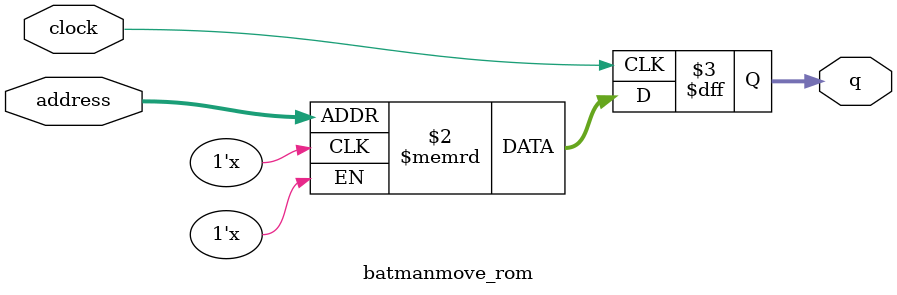
<source format=sv>
module batmanstand_rom (
	input logic clock,
	input logic [11:0] address,
	output logic [3:0] q
);

logic [3:0] memory [0:4095] /* synthesis ram_init_file = "./batmanstand/batmanstand.mif" */;

always_ff @ (posedge clock) begin
	q <= memory[address];
end

endmodule


module batmancrouch_rom (
	input logic clock,
	input logic [11:0] address,
	output logic [3:0] q
);

logic [3:0] memory [0:4095] /* synthesis ram_init_file = "./batmancrouch/batmancrouch.mif" */;

always_ff @ (posedge clock) begin
	q <= memory[address];
end

endmodule


module batmanjump_rom (
	input logic clock,
	input logic [11:0] address,
	output logic [3:0] q
);

logic [3:0] memory [0:4095] /* synthesis ram_init_file = "./batmanjump/batmanjump.mif" */;

always_ff @ (posedge clock) begin
	q <= memory[address];
end

endmodule

module batmankick_rom (
	input logic clock,
	input logic [11:0] address,
	output logic [3:0] q
);

logic [3:0] memory [0:4095] /* synthesis ram_init_file = "./batmankick/batmankick.mif" */;

always_ff @ (posedge clock) begin
	q <= memory[address];
end

endmodule


module batmanpunch_rom (
	input logic clock,
	input logic [11:0] address,
	output logic [3:0] q
);

logic [3:0] memory [0:4095] /* synthesis ram_init_file = "./batmanpunch/batmanpunch.mif" */;

always_ff @ (posedge clock) begin
	q <= memory[address];
end

endmodule


module batmanblock_rom (
	input logic clock,
	input logic [11:0] address,
	output logic [3:0] q
);

logic [3:0] memory [0:4095] /* synthesis ram_init_file = "./batmanblock/batmanblock.mif" */;

always_ff @ (posedge clock) begin
	q <= memory[address];
end

endmodule


module batmancrouchpunch_rom (
	input logic clock,
	input logic [11:0] address,
	output logic [3:0] q
);

logic [3:0] memory [0:4095] /* synthesis ram_init_file = "./batmancrouchpunch/batmancrouchpunch.mif" */;

always_ff @ (posedge clock) begin
	q <= memory[address];
end

endmodule


module batmandead_rom (
	input logic clock,
	input logic [11:0] address,
	output logic [3:0] q
);

logic [3:0] memory [0:4095] /* synthesis ram_init_file = "./batmandead/batmandead.mif" */;

always_ff @ (posedge clock) begin
	q <= memory[address];
end

endmodule


module batmanstand2_rom (
	input logic clock,
	input logic [11:0] address,
	output logic [3:0] q
);

logic [3:0] memory [0:4095] /* synthesis ram_init_file = "./batmanstand2/batmanstand2.mif" */;

always_ff @ (posedge clock) begin
	q <= memory[address];
end

endmodule


module batmanmove_rom (
	input logic clock,
	input logic [11:0] address,
	output logic [3:0] q
);

logic [3:0] memory [0:4095] /* synthesis ram_init_file = "./batmanmove/batmanmove.mif" */;

always_ff @ (posedge clock) begin
	q <= memory[address];
end

endmodule

</source>
